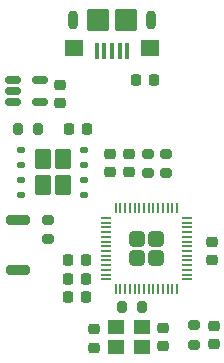
<source format=gbr>
%TF.GenerationSoftware,KiCad,Pcbnew,7.0.9-7.0.9~ubuntu22.04.1*%
%TF.CreationDate,2023-12-01T21:26:12+01:00*%
%TF.ProjectId,rp2040_pmod,72703230-3430-45f7-906d-6f642e6b6963,rev?*%
%TF.SameCoordinates,Original*%
%TF.FileFunction,Paste,Top*%
%TF.FilePolarity,Positive*%
%FSLAX46Y46*%
G04 Gerber Fmt 4.6, Leading zero omitted, Abs format (unit mm)*
G04 Created by KiCad (PCBNEW 7.0.9-7.0.9~ubuntu22.04.1) date 2023-12-01 21:26:12*
%MOMM*%
%LPD*%
G01*
G04 APERTURE LIST*
G04 Aperture macros list*
%AMRoundRect*
0 Rectangle with rounded corners*
0 $1 Rounding radius*
0 $2 $3 $4 $5 $6 $7 $8 $9 X,Y pos of 4 corners*
0 Add a 4 corners polygon primitive as box body*
4,1,4,$2,$3,$4,$5,$6,$7,$8,$9,$2,$3,0*
0 Add four circle primitives for the rounded corners*
1,1,$1+$1,$2,$3*
1,1,$1+$1,$4,$5*
1,1,$1+$1,$6,$7*
1,1,$1+$1,$8,$9*
0 Add four rect primitives between the rounded corners*
20,1,$1+$1,$2,$3,$4,$5,0*
20,1,$1+$1,$4,$5,$6,$7,0*
20,1,$1+$1,$6,$7,$8,$9,0*
20,1,$1+$1,$8,$9,$2,$3,0*%
G04 Aperture macros list end*
%ADD10R,1.400000X1.200000*%
%ADD11RoundRect,0.225000X-0.250000X0.225000X-0.250000X-0.225000X0.250000X-0.225000X0.250000X0.225000X0*%
%ADD12RoundRect,0.200000X0.800000X-0.200000X0.800000X0.200000X-0.800000X0.200000X-0.800000X-0.200000X0*%
%ADD13RoundRect,0.225000X0.225000X0.250000X-0.225000X0.250000X-0.225000X-0.250000X0.225000X-0.250000X0*%
%ADD14RoundRect,0.100000X0.100000X0.575000X-0.100000X0.575000X-0.100000X-0.575000X0.100000X-0.575000X0*%
%ADD15O,0.900000X1.600000*%
%ADD16RoundRect,0.250000X0.550000X0.450000X-0.550000X0.450000X-0.550000X-0.450000X0.550000X-0.450000X0*%
%ADD17RoundRect,0.250000X0.700000X0.700000X-0.700000X0.700000X-0.700000X-0.700000X0.700000X-0.700000X0*%
%ADD18RoundRect,0.200000X-0.200000X-0.275000X0.200000X-0.275000X0.200000X0.275000X-0.200000X0.275000X0*%
%ADD19RoundRect,0.218750X0.256250X-0.218750X0.256250X0.218750X-0.256250X0.218750X-0.256250X-0.218750X0*%
%ADD20RoundRect,0.250000X-0.435000X-0.615000X0.435000X-0.615000X0.435000X0.615000X-0.435000X0.615000X0*%
%ADD21RoundRect,0.125000X-0.250000X-0.125000X0.250000X-0.125000X0.250000X0.125000X-0.250000X0.125000X0*%
%ADD22RoundRect,0.225000X-0.225000X-0.250000X0.225000X-0.250000X0.225000X0.250000X-0.225000X0.250000X0*%
%ADD23RoundRect,0.225000X0.250000X-0.225000X0.250000X0.225000X-0.250000X0.225000X-0.250000X-0.225000X0*%
%ADD24RoundRect,0.200000X-0.275000X0.200000X-0.275000X-0.200000X0.275000X-0.200000X0.275000X0.200000X0*%
%ADD25RoundRect,0.200000X0.275000X-0.200000X0.275000X0.200000X-0.275000X0.200000X-0.275000X-0.200000X0*%
%ADD26RoundRect,0.150000X-0.512500X-0.150000X0.512500X-0.150000X0.512500X0.150000X-0.512500X0.150000X0*%
%ADD27RoundRect,0.249999X-0.395001X-0.395001X0.395001X-0.395001X0.395001X0.395001X-0.395001X0.395001X0*%
%ADD28RoundRect,0.050000X-0.387500X-0.050000X0.387500X-0.050000X0.387500X0.050000X-0.387500X0.050000X0*%
%ADD29RoundRect,0.050000X-0.050000X-0.387500X0.050000X-0.387500X0.050000X0.387500X-0.050000X0.387500X0*%
G04 APERTURE END LIST*
D10*
%TO.C,Y1*%
X140300000Y-99250000D03*
X142500000Y-99250000D03*
X142500000Y-97550000D03*
X140300000Y-97550000D03*
%TD*%
D11*
%TO.C,C3*%
X138500000Y-97725000D03*
X138500000Y-99275000D03*
%TD*%
D12*
%TO.C,SW1*%
X132000000Y-92700000D03*
X132000000Y-88500000D03*
%TD*%
D13*
%TO.C,C1*%
X137875000Y-80800000D03*
X136325000Y-80800000D03*
%TD*%
D14*
%TO.C,J2*%
X141300000Y-74180000D03*
X140650000Y-74180000D03*
X140000000Y-74180000D03*
X139350000Y-74180000D03*
X138700000Y-74180000D03*
D15*
X143300000Y-71505000D03*
D16*
X143200000Y-73955000D03*
D17*
X141200000Y-71505000D03*
X138800000Y-71505000D03*
D16*
X136800000Y-73955000D03*
D15*
X136700000Y-71505000D03*
%TD*%
D18*
%TO.C,R4*%
X132075000Y-80800000D03*
X133725000Y-80800000D03*
%TD*%
D19*
%TO.C,D1*%
X148600000Y-98987500D03*
X148600000Y-97412500D03*
%TD*%
D20*
%TO.C,U2*%
X134110000Y-83350000D03*
X134110000Y-85500000D03*
X135810000Y-83350000D03*
X135810000Y-85500000D03*
D21*
X132260000Y-82520000D03*
X132260000Y-83790000D03*
X132260000Y-85060000D03*
X132260000Y-86330000D03*
X137660000Y-86330000D03*
X137660000Y-85060000D03*
X137660000Y-83790000D03*
X137660000Y-82520000D03*
%TD*%
D22*
%TO.C,C7*%
X136260000Y-93460000D03*
X137810000Y-93460000D03*
%TD*%
D11*
%TO.C,C4*%
X141400000Y-82900000D03*
X141400000Y-84450000D03*
%TD*%
%TO.C,C9*%
X148500000Y-90325000D03*
X148500000Y-91875000D03*
%TD*%
D23*
%TO.C,C2*%
X144300000Y-99175000D03*
X144300000Y-97625000D03*
%TD*%
D24*
%TO.C,R1*%
X143000000Y-82875000D03*
X143000000Y-84525000D03*
%TD*%
D11*
%TO.C,C5*%
X139800000Y-82900000D03*
X139800000Y-84450000D03*
%TD*%
D23*
%TO.C,C11*%
X135600000Y-78575000D03*
X135600000Y-77025000D03*
%TD*%
D24*
%TO.C,R2*%
X144600000Y-82875000D03*
X144600000Y-84525000D03*
%TD*%
D13*
%TO.C,C10*%
X143575000Y-76600000D03*
X142025000Y-76600000D03*
%TD*%
D25*
%TO.C,R6*%
X146900000Y-99025000D03*
X146900000Y-97375000D03*
%TD*%
%TO.C,R5*%
X134600000Y-90125000D03*
X134600000Y-88475000D03*
%TD*%
D22*
%TO.C,C6*%
X136225000Y-91900000D03*
X137775000Y-91900000D03*
%TD*%
D18*
%TO.C,R3*%
X140875000Y-95800000D03*
X142525000Y-95800000D03*
%TD*%
D26*
%TO.C,U3*%
X131625000Y-76600000D03*
X131625000Y-77550000D03*
X131625000Y-78500000D03*
X133900000Y-78500000D03*
X133900000Y-76600000D03*
%TD*%
D22*
%TO.C,C8*%
X136250000Y-95000000D03*
X137800000Y-95000000D03*
%TD*%
D27*
%TO.C,U1*%
X142100000Y-90100000D03*
X142100000Y-91700000D03*
X143700000Y-90100000D03*
X143700000Y-91700000D03*
D28*
X139462500Y-88300000D03*
X139462500Y-88700000D03*
X139462500Y-89100000D03*
X139462500Y-89500000D03*
X139462500Y-89900000D03*
X139462500Y-90300000D03*
X139462500Y-90700000D03*
X139462500Y-91100000D03*
X139462500Y-91500000D03*
X139462500Y-91900000D03*
X139462500Y-92300000D03*
X139462500Y-92700000D03*
X139462500Y-93100000D03*
X139462500Y-93500000D03*
D29*
X140300000Y-94337500D03*
X140700000Y-94337500D03*
X141100000Y-94337500D03*
X141500000Y-94337500D03*
X141900000Y-94337500D03*
X142300000Y-94337500D03*
X142700000Y-94337500D03*
X143100000Y-94337500D03*
X143500000Y-94337500D03*
X143900000Y-94337500D03*
X144300000Y-94337500D03*
X144700000Y-94337500D03*
X145100000Y-94337500D03*
X145500000Y-94337500D03*
D28*
X146337500Y-93500000D03*
X146337500Y-93100000D03*
X146337500Y-92700000D03*
X146337500Y-92300000D03*
X146337500Y-91900000D03*
X146337500Y-91500000D03*
X146337500Y-91100000D03*
X146337500Y-90700000D03*
X146337500Y-90300000D03*
X146337500Y-89900000D03*
X146337500Y-89500000D03*
X146337500Y-89100000D03*
X146337500Y-88700000D03*
X146337500Y-88300000D03*
D29*
X145500000Y-87462500D03*
X145100000Y-87462500D03*
X144700000Y-87462500D03*
X144300000Y-87462500D03*
X143900000Y-87462500D03*
X143500000Y-87462500D03*
X143100000Y-87462500D03*
X142700000Y-87462500D03*
X142300000Y-87462500D03*
X141900000Y-87462500D03*
X141500000Y-87462500D03*
X141100000Y-87462500D03*
X140700000Y-87462500D03*
X140300000Y-87462500D03*
%TD*%
M02*

</source>
